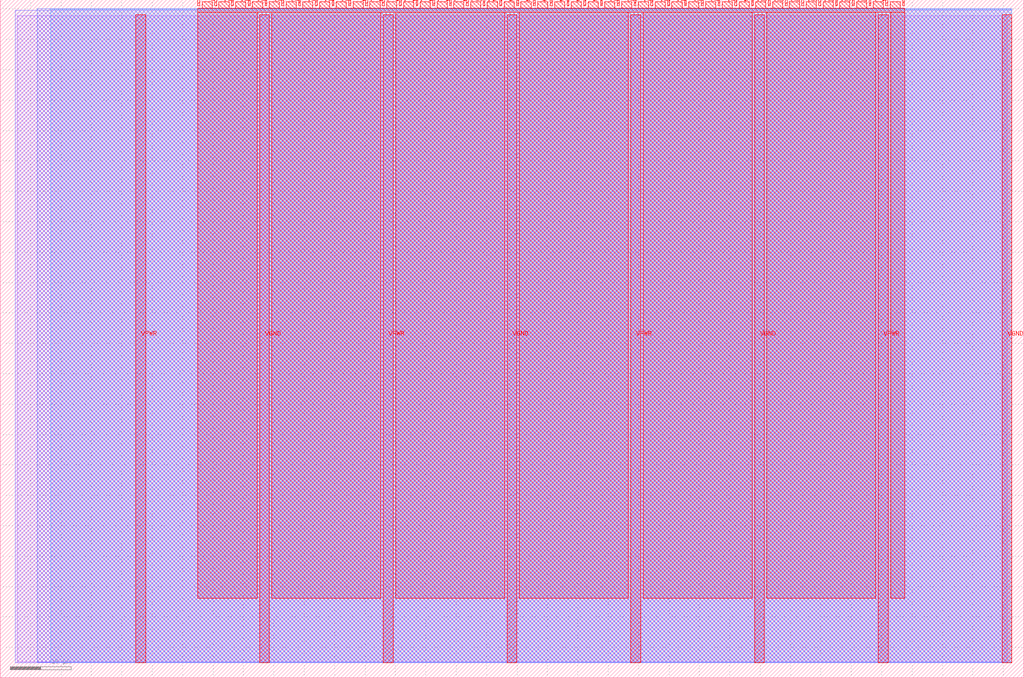
<source format=lef>
VERSION 5.7 ;
  NOWIREEXTENSIONATPIN ON ;
  DIVIDERCHAR "/" ;
  BUSBITCHARS "[]" ;
MACRO tt_um_kskyou_dup
  CLASS BLOCK ;
  FOREIGN tt_um_kskyou_dup ;
  ORIGIN 0.000 0.000 ;
  SIZE 168.360 BY 111.520 ;
  PIN VGND
    DIRECTION INOUT ;
    USE GROUND ;
    PORT
      LAYER met4 ;
        RECT 42.670 2.480 44.270 109.040 ;
    END
    PORT
      LAYER met4 ;
        RECT 83.380 2.480 84.980 109.040 ;
    END
    PORT
      LAYER met4 ;
        RECT 124.090 2.480 125.690 109.040 ;
    END
    PORT
      LAYER met4 ;
        RECT 164.800 2.480 166.400 109.040 ;
    END
  END VGND
  PIN VPWR
    DIRECTION INOUT ;
    USE POWER ;
    PORT
      LAYER met4 ;
        RECT 22.315 2.480 23.915 109.040 ;
    END
    PORT
      LAYER met4 ;
        RECT 63.025 2.480 64.625 109.040 ;
    END
    PORT
      LAYER met4 ;
        RECT 103.735 2.480 105.335 109.040 ;
    END
    PORT
      LAYER met4 ;
        RECT 144.445 2.480 146.045 109.040 ;
    END
  END VPWR
  PIN clk
    DIRECTION INPUT ;
    USE SIGNAL ;
    ANTENNAGATEAREA 0.852000 ;
    PORT
      LAYER met4 ;
        RECT 145.670 110.520 145.970 111.520 ;
    END
  END clk
  PIN ena
    DIRECTION INPUT ;
    USE SIGNAL ;
    PORT
      LAYER met4 ;
        RECT 148.430 110.520 148.730 111.520 ;
    END
  END ena
  PIN rst_n
    DIRECTION INPUT ;
    USE SIGNAL ;
    ANTENNAGATEAREA 0.159000 ;
    PORT
      LAYER met4 ;
        RECT 142.910 110.520 143.210 111.520 ;
    END
  END rst_n
  PIN ui_in[0]
    DIRECTION INPUT ;
    USE SIGNAL ;
    ANTENNAGATEAREA 0.196500 ;
    PORT
      LAYER met4 ;
        RECT 140.150 110.520 140.450 111.520 ;
    END
  END ui_in[0]
  PIN ui_in[1]
    DIRECTION INPUT ;
    USE SIGNAL ;
    ANTENNAGATEAREA 0.196500 ;
    PORT
      LAYER met4 ;
        RECT 137.390 110.520 137.690 111.520 ;
    END
  END ui_in[1]
  PIN ui_in[2]
    DIRECTION INPUT ;
    USE SIGNAL ;
    ANTENNAGATEAREA 0.196500 ;
    PORT
      LAYER met4 ;
        RECT 134.630 110.520 134.930 111.520 ;
    END
  END ui_in[2]
  PIN ui_in[3]
    DIRECTION INPUT ;
    USE SIGNAL ;
    ANTENNAGATEAREA 0.196500 ;
    PORT
      LAYER met4 ;
        RECT 131.870 110.520 132.170 111.520 ;
    END
  END ui_in[3]
  PIN ui_in[4]
    DIRECTION INPUT ;
    USE SIGNAL ;
    ANTENNAGATEAREA 0.196500 ;
    PORT
      LAYER met4 ;
        RECT 129.110 110.520 129.410 111.520 ;
    END
  END ui_in[4]
  PIN ui_in[5]
    DIRECTION INPUT ;
    USE SIGNAL ;
    ANTENNAGATEAREA 0.196500 ;
    PORT
      LAYER met4 ;
        RECT 126.350 110.520 126.650 111.520 ;
    END
  END ui_in[5]
  PIN ui_in[6]
    DIRECTION INPUT ;
    USE SIGNAL ;
    ANTENNAGATEAREA 0.196500 ;
    PORT
      LAYER met4 ;
        RECT 123.590 110.520 123.890 111.520 ;
    END
  END ui_in[6]
  PIN ui_in[7]
    DIRECTION INPUT ;
    USE SIGNAL ;
    ANTENNAGATEAREA 0.196500 ;
    PORT
      LAYER met4 ;
        RECT 120.830 110.520 121.130 111.520 ;
    END
  END ui_in[7]
  PIN uio_in[0]
    DIRECTION INPUT ;
    USE SIGNAL ;
    ANTENNAGATEAREA 0.196500 ;
    PORT
      LAYER met4 ;
        RECT 118.070 110.520 118.370 111.520 ;
    END
  END uio_in[0]
  PIN uio_in[1]
    DIRECTION INPUT ;
    USE SIGNAL ;
    ANTENNAGATEAREA 0.196500 ;
    PORT
      LAYER met4 ;
        RECT 115.310 110.520 115.610 111.520 ;
    END
  END uio_in[1]
  PIN uio_in[2]
    DIRECTION INPUT ;
    USE SIGNAL ;
    ANTENNAGATEAREA 0.196500 ;
    PORT
      LAYER met4 ;
        RECT 112.550 110.520 112.850 111.520 ;
    END
  END uio_in[2]
  PIN uio_in[3]
    DIRECTION INPUT ;
    USE SIGNAL ;
    ANTENNAGATEAREA 0.196500 ;
    PORT
      LAYER met4 ;
        RECT 109.790 110.520 110.090 111.520 ;
    END
  END uio_in[3]
  PIN uio_in[4]
    DIRECTION INPUT ;
    USE SIGNAL ;
    ANTENNAGATEAREA 0.196500 ;
    PORT
      LAYER met4 ;
        RECT 107.030 110.520 107.330 111.520 ;
    END
  END uio_in[4]
  PIN uio_in[5]
    DIRECTION INPUT ;
    USE SIGNAL ;
    ANTENNAGATEAREA 0.196500 ;
    PORT
      LAYER met4 ;
        RECT 104.270 110.520 104.570 111.520 ;
    END
  END uio_in[5]
  PIN uio_in[6]
    DIRECTION INPUT ;
    USE SIGNAL ;
    ANTENNAGATEAREA 0.196500 ;
    PORT
      LAYER met4 ;
        RECT 101.510 110.520 101.810 111.520 ;
    END
  END uio_in[6]
  PIN uio_in[7]
    DIRECTION INPUT ;
    USE SIGNAL ;
    ANTENNAGATEAREA 0.196500 ;
    PORT
      LAYER met4 ;
        RECT 98.750 110.520 99.050 111.520 ;
    END
  END uio_in[7]
  PIN uio_oe[0]
    DIRECTION OUTPUT TRISTATE ;
    USE SIGNAL ;
    PORT
      LAYER met4 ;
        RECT 51.830 110.520 52.130 111.520 ;
    END
  END uio_oe[0]
  PIN uio_oe[1]
    DIRECTION OUTPUT TRISTATE ;
    USE SIGNAL ;
    PORT
      LAYER met4 ;
        RECT 49.070 110.520 49.370 111.520 ;
    END
  END uio_oe[1]
  PIN uio_oe[2]
    DIRECTION OUTPUT TRISTATE ;
    USE SIGNAL ;
    PORT
      LAYER met4 ;
        RECT 46.310 110.520 46.610 111.520 ;
    END
  END uio_oe[2]
  PIN uio_oe[3]
    DIRECTION OUTPUT TRISTATE ;
    USE SIGNAL ;
    PORT
      LAYER met4 ;
        RECT 43.550 110.520 43.850 111.520 ;
    END
  END uio_oe[3]
  PIN uio_oe[4]
    DIRECTION OUTPUT TRISTATE ;
    USE SIGNAL ;
    PORT
      LAYER met4 ;
        RECT 40.790 110.520 41.090 111.520 ;
    END
  END uio_oe[4]
  PIN uio_oe[5]
    DIRECTION OUTPUT TRISTATE ;
    USE SIGNAL ;
    PORT
      LAYER met4 ;
        RECT 38.030 110.520 38.330 111.520 ;
    END
  END uio_oe[5]
  PIN uio_oe[6]
    DIRECTION OUTPUT TRISTATE ;
    USE SIGNAL ;
    PORT
      LAYER met4 ;
        RECT 35.270 110.520 35.570 111.520 ;
    END
  END uio_oe[6]
  PIN uio_oe[7]
    DIRECTION OUTPUT TRISTATE ;
    USE SIGNAL ;
    PORT
      LAYER met4 ;
        RECT 32.510 110.520 32.810 111.520 ;
    END
  END uio_oe[7]
  PIN uio_out[0]
    DIRECTION OUTPUT TRISTATE ;
    USE SIGNAL ;
    PORT
      LAYER met4 ;
        RECT 73.910 110.520 74.210 111.520 ;
    END
  END uio_out[0]
  PIN uio_out[1]
    DIRECTION OUTPUT TRISTATE ;
    USE SIGNAL ;
    PORT
      LAYER met4 ;
        RECT 71.150 110.520 71.450 111.520 ;
    END
  END uio_out[1]
  PIN uio_out[2]
    DIRECTION OUTPUT TRISTATE ;
    USE SIGNAL ;
    PORT
      LAYER met4 ;
        RECT 68.390 110.520 68.690 111.520 ;
    END
  END uio_out[2]
  PIN uio_out[3]
    DIRECTION OUTPUT TRISTATE ;
    USE SIGNAL ;
    PORT
      LAYER met4 ;
        RECT 65.630 110.520 65.930 111.520 ;
    END
  END uio_out[3]
  PIN uio_out[4]
    DIRECTION OUTPUT TRISTATE ;
    USE SIGNAL ;
    PORT
      LAYER met4 ;
        RECT 62.870 110.520 63.170 111.520 ;
    END
  END uio_out[4]
  PIN uio_out[5]
    DIRECTION OUTPUT TRISTATE ;
    USE SIGNAL ;
    PORT
      LAYER met4 ;
        RECT 60.110 110.520 60.410 111.520 ;
    END
  END uio_out[5]
  PIN uio_out[6]
    DIRECTION OUTPUT TRISTATE ;
    USE SIGNAL ;
    PORT
      LAYER met4 ;
        RECT 57.350 110.520 57.650 111.520 ;
    END
  END uio_out[6]
  PIN uio_out[7]
    DIRECTION OUTPUT TRISTATE ;
    USE SIGNAL ;
    PORT
      LAYER met4 ;
        RECT 54.590 110.520 54.890 111.520 ;
    END
  END uio_out[7]
  PIN uo_out[0]
    DIRECTION OUTPUT TRISTATE ;
    USE SIGNAL ;
    ANTENNADIFFAREA 0.891000 ;
    PORT
      LAYER met4 ;
        RECT 95.990 110.520 96.290 111.520 ;
    END
  END uo_out[0]
  PIN uo_out[1]
    DIRECTION OUTPUT TRISTATE ;
    USE SIGNAL ;
    ANTENNADIFFAREA 0.891000 ;
    PORT
      LAYER met4 ;
        RECT 93.230 110.520 93.530 111.520 ;
    END
  END uo_out[1]
  PIN uo_out[2]
    DIRECTION OUTPUT TRISTATE ;
    USE SIGNAL ;
    ANTENNADIFFAREA 0.891000 ;
    PORT
      LAYER met4 ;
        RECT 90.470 110.520 90.770 111.520 ;
    END
  END uo_out[2]
  PIN uo_out[3]
    DIRECTION OUTPUT TRISTATE ;
    USE SIGNAL ;
    ANTENNADIFFAREA 0.891000 ;
    PORT
      LAYER met4 ;
        RECT 87.710 110.520 88.010 111.520 ;
    END
  END uo_out[3]
  PIN uo_out[4]
    DIRECTION OUTPUT TRISTATE ;
    USE SIGNAL ;
    ANTENNADIFFAREA 0.891000 ;
    PORT
      LAYER met4 ;
        RECT 84.950 110.520 85.250 111.520 ;
    END
  END uo_out[4]
  PIN uo_out[5]
    DIRECTION OUTPUT TRISTATE ;
    USE SIGNAL ;
    ANTENNADIFFAREA 0.891000 ;
    PORT
      LAYER met4 ;
        RECT 82.190 110.520 82.490 111.520 ;
    END
  END uo_out[5]
  PIN uo_out[6]
    DIRECTION OUTPUT TRISTATE ;
    USE SIGNAL ;
    ANTENNADIFFAREA 0.891000 ;
    PORT
      LAYER met4 ;
        RECT 79.430 110.520 79.730 111.520 ;
    END
  END uo_out[6]
  PIN uo_out[7]
    DIRECTION OUTPUT TRISTATE ;
    USE SIGNAL ;
    ANTENNADIFFAREA 0.891000 ;
    PORT
      LAYER met4 ;
        RECT 76.670 110.520 76.970 111.520 ;
    END
  END uo_out[7]
  OBS
      LAYER li1 ;
        RECT 2.760 2.635 165.600 108.885 ;
      LAYER met1 ;
        RECT 2.460 2.480 166.400 109.780 ;
      LAYER met2 ;
        RECT 6.080 2.535 166.370 110.005 ;
      LAYER met3 ;
        RECT 8.345 2.555 166.390 109.985 ;
      LAYER met4 ;
        RECT 33.210 110.120 34.870 111.170 ;
        RECT 35.970 110.120 37.630 111.170 ;
        RECT 38.730 110.120 40.390 111.170 ;
        RECT 41.490 110.120 43.150 111.170 ;
        RECT 44.250 110.120 45.910 111.170 ;
        RECT 47.010 110.120 48.670 111.170 ;
        RECT 49.770 110.120 51.430 111.170 ;
        RECT 52.530 110.120 54.190 111.170 ;
        RECT 55.290 110.120 56.950 111.170 ;
        RECT 58.050 110.120 59.710 111.170 ;
        RECT 60.810 110.120 62.470 111.170 ;
        RECT 63.570 110.120 65.230 111.170 ;
        RECT 66.330 110.120 67.990 111.170 ;
        RECT 69.090 110.120 70.750 111.170 ;
        RECT 71.850 110.120 73.510 111.170 ;
        RECT 74.610 110.120 76.270 111.170 ;
        RECT 77.370 110.120 79.030 111.170 ;
        RECT 80.130 110.120 81.790 111.170 ;
        RECT 82.890 110.120 84.550 111.170 ;
        RECT 85.650 110.120 87.310 111.170 ;
        RECT 88.410 110.120 90.070 111.170 ;
        RECT 91.170 110.120 92.830 111.170 ;
        RECT 93.930 110.120 95.590 111.170 ;
        RECT 96.690 110.120 98.350 111.170 ;
        RECT 99.450 110.120 101.110 111.170 ;
        RECT 102.210 110.120 103.870 111.170 ;
        RECT 104.970 110.120 106.630 111.170 ;
        RECT 107.730 110.120 109.390 111.170 ;
        RECT 110.490 110.120 112.150 111.170 ;
        RECT 113.250 110.120 114.910 111.170 ;
        RECT 116.010 110.120 117.670 111.170 ;
        RECT 118.770 110.120 120.430 111.170 ;
        RECT 121.530 110.120 123.190 111.170 ;
        RECT 124.290 110.120 125.950 111.170 ;
        RECT 127.050 110.120 128.710 111.170 ;
        RECT 129.810 110.120 131.470 111.170 ;
        RECT 132.570 110.120 134.230 111.170 ;
        RECT 135.330 110.120 136.990 111.170 ;
        RECT 138.090 110.120 139.750 111.170 ;
        RECT 140.850 110.120 142.510 111.170 ;
        RECT 143.610 110.120 145.270 111.170 ;
        RECT 146.370 110.120 148.030 111.170 ;
        RECT 32.495 109.440 148.745 110.120 ;
        RECT 32.495 13.095 42.270 109.440 ;
        RECT 44.670 13.095 62.625 109.440 ;
        RECT 65.025 13.095 82.980 109.440 ;
        RECT 85.380 13.095 103.335 109.440 ;
        RECT 105.735 13.095 123.690 109.440 ;
        RECT 126.090 13.095 144.045 109.440 ;
        RECT 146.445 13.095 148.745 109.440 ;
  END
END tt_um_kskyou_dup
END LIBRARY


</source>
